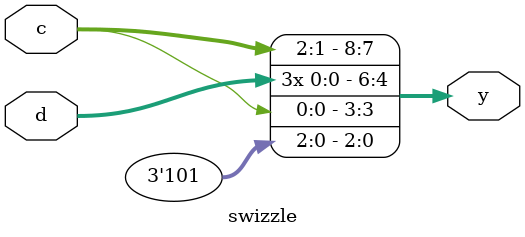
<source format=v>
module swizzle(input  [3:0]  c, d,
               output [8:0] y);

  assign y = {c[2:1], {3{d[0]}}, c[0], 3'b101};
endmodule
</source>
